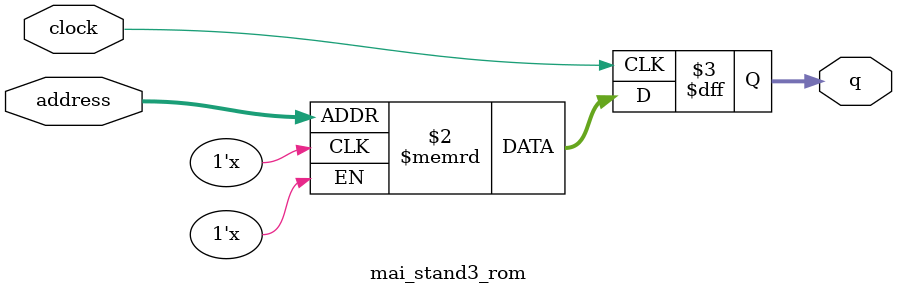
<source format=sv>
module mai_stand3_rom (
	input logic clock,
	input logic [12:0] address,
	output logic [3:0] q
);

logic [3:0] memory [0:7621] /* synthesis ram_init_file = "./mai_stand3/mai_stand3.COE" */;

always_ff @ (posedge clock) begin
	q <= memory[address];
end

endmodule

</source>
